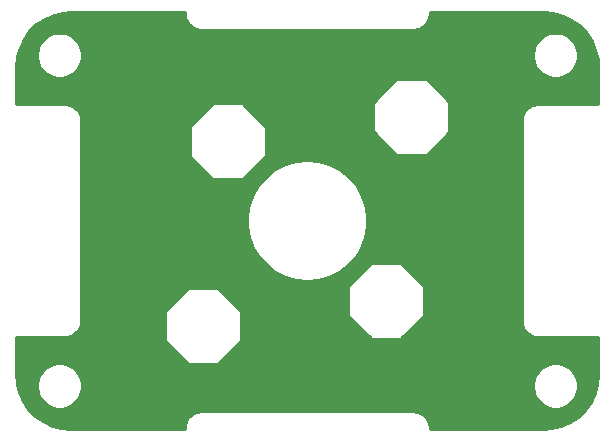
<source format=gtl>
G04 #@! TF.GenerationSoftware,KiCad,Pcbnew,(5.1.9)-1*
G04 #@! TF.CreationDate,2021-08-06T09:52:32+02:00*
G04 #@! TF.ProjectId,Driver,44726976-6572-42e6-9b69-6361645f7063,rev?*
G04 #@! TF.SameCoordinates,Original*
G04 #@! TF.FileFunction,Copper,L1,Top*
G04 #@! TF.FilePolarity,Positive*
%FSLAX46Y46*%
G04 Gerber Fmt 4.6, Leading zero omitted, Abs format (unit mm)*
G04 Created by KiCad (PCBNEW (5.1.9)-1) date 2021-08-06 09:52:32*
%MOMM*%
%LPD*%
G01*
G04 APERTURE LIST*
G04 #@! TA.AperFunction,SMDPad,CuDef*
%ADD10C,0.600000*%
G04 #@! TD*
G04 #@! TA.AperFunction,Conductor*
%ADD11C,0.254000*%
G04 #@! TD*
G04 #@! TA.AperFunction,Conductor*
%ADD12C,0.100000*%
G04 #@! TD*
G04 APERTURE END LIST*
D10*
X165617904Y-83013591D03*
D11*
X131265905Y-76030883D02*
X131267419Y-76046260D01*
X131267376Y-76052475D01*
X131267856Y-76057367D01*
X131288257Y-76251464D01*
X131294676Y-76282736D01*
X131300650Y-76314053D01*
X131302071Y-76318758D01*
X131359783Y-76505196D01*
X131372130Y-76534567D01*
X131384097Y-76564187D01*
X131386404Y-76568526D01*
X131479229Y-76740203D01*
X131497062Y-76766641D01*
X131514539Y-76793349D01*
X131517646Y-76797158D01*
X131642050Y-76947536D01*
X131664663Y-76969991D01*
X131687008Y-76992810D01*
X131690796Y-76995942D01*
X131842038Y-77119292D01*
X131868580Y-77136927D01*
X131894935Y-77154972D01*
X131899258Y-77157310D01*
X132071581Y-77248935D01*
X132101071Y-77261090D01*
X132130400Y-77273660D01*
X132135095Y-77275114D01*
X132321931Y-77331523D01*
X132353208Y-77337716D01*
X132384432Y-77344353D01*
X132389320Y-77344866D01*
X132583554Y-77363911D01*
X132600612Y-77365591D01*
X150635196Y-77365591D01*
X150650582Y-77364076D01*
X150656788Y-77364119D01*
X150661680Y-77363639D01*
X150855777Y-77343238D01*
X150887049Y-77336819D01*
X150918366Y-77330845D01*
X150923069Y-77329425D01*
X150923075Y-77329423D01*
X151109509Y-77271712D01*
X151138880Y-77259365D01*
X151168500Y-77247398D01*
X151172839Y-77245091D01*
X151344516Y-77152266D01*
X151370954Y-77134433D01*
X151397662Y-77116956D01*
X151401471Y-77113849D01*
X151551849Y-76989445D01*
X151574304Y-76966832D01*
X151597123Y-76944487D01*
X151600255Y-76940699D01*
X151723605Y-76789457D01*
X151741240Y-76762915D01*
X151759285Y-76736560D01*
X151761623Y-76732237D01*
X151853248Y-76559914D01*
X151865403Y-76530424D01*
X151877973Y-76501095D01*
X151879427Y-76496400D01*
X151935836Y-76309564D01*
X151942029Y-76278287D01*
X151948666Y-76247063D01*
X151949179Y-76242175D01*
X151968224Y-76047941D01*
X151969904Y-76030883D01*
X151969904Y-75865591D01*
X161602232Y-75865591D01*
X162440746Y-75940426D01*
X163237579Y-76158415D01*
X163983216Y-76514067D01*
X164654091Y-76996139D01*
X165228991Y-77589389D01*
X165689750Y-78275072D01*
X166021806Y-79031515D01*
X166215308Y-79837507D01*
X166265905Y-80526516D01*
X166265904Y-83661591D01*
X161100612Y-83661591D01*
X161085226Y-83663106D01*
X161079019Y-83663063D01*
X161074128Y-83663543D01*
X160880031Y-83683944D01*
X160848759Y-83690363D01*
X160817442Y-83696337D01*
X160812739Y-83697757D01*
X160812733Y-83697759D01*
X160626299Y-83755470D01*
X160596928Y-83767817D01*
X160567308Y-83779784D01*
X160562969Y-83782092D01*
X160391292Y-83874916D01*
X160364854Y-83892749D01*
X160338146Y-83910226D01*
X160334337Y-83913333D01*
X160183959Y-84037737D01*
X160161504Y-84060350D01*
X160138685Y-84082695D01*
X160135553Y-84086483D01*
X160012203Y-84237725D01*
X159994580Y-84264249D01*
X159976523Y-84290621D01*
X159974185Y-84294945D01*
X159882560Y-84467267D01*
X159870405Y-84496757D01*
X159857835Y-84526086D01*
X159856382Y-84530782D01*
X159799972Y-84717618D01*
X159793776Y-84748910D01*
X159787142Y-84780120D01*
X159786629Y-84785008D01*
X159767584Y-84979241D01*
X159765904Y-84996300D01*
X159765905Y-102030883D01*
X159767419Y-102046260D01*
X159767376Y-102052475D01*
X159767856Y-102057367D01*
X159788257Y-102251464D01*
X159794676Y-102282736D01*
X159800650Y-102314053D01*
X159802071Y-102318758D01*
X159859783Y-102505196D01*
X159872130Y-102534567D01*
X159884097Y-102564187D01*
X159886404Y-102568526D01*
X159979229Y-102740203D01*
X159997062Y-102766641D01*
X160014539Y-102793349D01*
X160017646Y-102797158D01*
X160142050Y-102947536D01*
X160164663Y-102969991D01*
X160187008Y-102992810D01*
X160190796Y-102995942D01*
X160342038Y-103119292D01*
X160368580Y-103136927D01*
X160394935Y-103154972D01*
X160399258Y-103157310D01*
X160571581Y-103248935D01*
X160601071Y-103261090D01*
X160630400Y-103273660D01*
X160635095Y-103275114D01*
X160821931Y-103331523D01*
X160853208Y-103337716D01*
X160884432Y-103344353D01*
X160889320Y-103344866D01*
X161083554Y-103363911D01*
X161100612Y-103365591D01*
X166265905Y-103365591D01*
X166265904Y-106497919D01*
X166191069Y-107336433D01*
X165973080Y-108133264D01*
X165617427Y-108878906D01*
X165135356Y-109549778D01*
X164542106Y-110124678D01*
X163856423Y-110585437D01*
X163099980Y-110917493D01*
X162293988Y-111110995D01*
X161604993Y-111161591D01*
X151969904Y-111161591D01*
X151969904Y-110996299D01*
X151968389Y-110980913D01*
X151968432Y-110974706D01*
X151967952Y-110969815D01*
X151947551Y-110775718D01*
X151941132Y-110744446D01*
X151935158Y-110713129D01*
X151933737Y-110708424D01*
X151876025Y-110521986D01*
X151863678Y-110492615D01*
X151851711Y-110462995D01*
X151849403Y-110458656D01*
X151756579Y-110286979D01*
X151738746Y-110260541D01*
X151721269Y-110233833D01*
X151718162Y-110230024D01*
X151593758Y-110079646D01*
X151571145Y-110057191D01*
X151548800Y-110034372D01*
X151545012Y-110031240D01*
X151393770Y-109907890D01*
X151367246Y-109890267D01*
X151340874Y-109872210D01*
X151336550Y-109869872D01*
X151164228Y-109778247D01*
X151134738Y-109766092D01*
X151105409Y-109753522D01*
X151100713Y-109752069D01*
X150913877Y-109695659D01*
X150882585Y-109689463D01*
X150851375Y-109682829D01*
X150846487Y-109682316D01*
X150652254Y-109663271D01*
X150635196Y-109661591D01*
X132600612Y-109661591D01*
X132585226Y-109663106D01*
X132579019Y-109663063D01*
X132574128Y-109663543D01*
X132380031Y-109683944D01*
X132348759Y-109690363D01*
X132317442Y-109696337D01*
X132312739Y-109697757D01*
X132312733Y-109697759D01*
X132126299Y-109755470D01*
X132096928Y-109767817D01*
X132067308Y-109779784D01*
X132062969Y-109782092D01*
X131891292Y-109874916D01*
X131864854Y-109892749D01*
X131838146Y-109910226D01*
X131834337Y-109913333D01*
X131683959Y-110037737D01*
X131661504Y-110060350D01*
X131638685Y-110082695D01*
X131635553Y-110086483D01*
X131512203Y-110237725D01*
X131494580Y-110264249D01*
X131476523Y-110290621D01*
X131474185Y-110294945D01*
X131382560Y-110467267D01*
X131370405Y-110496757D01*
X131357835Y-110526086D01*
X131356382Y-110530782D01*
X131299972Y-110717618D01*
X131293776Y-110748910D01*
X131287142Y-110780120D01*
X131286629Y-110785008D01*
X131267633Y-110978746D01*
X131265904Y-110996300D01*
X131265904Y-111161591D01*
X121633576Y-111161591D01*
X120795062Y-111086756D01*
X119998231Y-110868767D01*
X119252589Y-110513114D01*
X118581717Y-110031043D01*
X118006817Y-109437793D01*
X117546058Y-108752110D01*
X117214002Y-107995667D01*
X117053038Y-107325202D01*
X118705159Y-107325202D01*
X118705159Y-107701980D01*
X118778665Y-108071518D01*
X118922851Y-108419616D01*
X119132178Y-108732895D01*
X119398600Y-108999317D01*
X119711879Y-109208644D01*
X120059977Y-109352830D01*
X120429515Y-109426336D01*
X120806293Y-109426336D01*
X121175831Y-109352830D01*
X121523929Y-109208644D01*
X121837208Y-108999317D01*
X122103630Y-108732895D01*
X122312957Y-108419616D01*
X122457143Y-108071518D01*
X122530649Y-107701980D01*
X122530649Y-107325202D01*
X160705159Y-107325202D01*
X160705159Y-107701980D01*
X160778665Y-108071518D01*
X160922851Y-108419616D01*
X161132178Y-108732895D01*
X161398600Y-108999317D01*
X161711879Y-109208644D01*
X162059977Y-109352830D01*
X162429515Y-109426336D01*
X162806293Y-109426336D01*
X163175831Y-109352830D01*
X163523929Y-109208644D01*
X163837208Y-108999317D01*
X164103630Y-108732895D01*
X164312957Y-108419616D01*
X164457143Y-108071518D01*
X164530649Y-107701980D01*
X164530649Y-107325202D01*
X164457143Y-106955664D01*
X164312957Y-106607566D01*
X164103630Y-106294287D01*
X163837208Y-106027865D01*
X163523929Y-105818538D01*
X163175831Y-105674352D01*
X162806293Y-105600846D01*
X162429515Y-105600846D01*
X162059977Y-105674352D01*
X161711879Y-105818538D01*
X161398600Y-106027865D01*
X161132178Y-106294287D01*
X160922851Y-106607566D01*
X160778665Y-106955664D01*
X160705159Y-107325202D01*
X122530649Y-107325202D01*
X122457143Y-106955664D01*
X122312957Y-106607566D01*
X122103630Y-106294287D01*
X121837208Y-106027865D01*
X121523929Y-105818538D01*
X121175831Y-105674352D01*
X120806293Y-105600846D01*
X120429515Y-105600846D01*
X120059977Y-105674352D01*
X119711879Y-105818538D01*
X119398600Y-106027865D01*
X119132178Y-106294287D01*
X118922851Y-106607566D01*
X118778665Y-106955664D01*
X118705159Y-107325202D01*
X117053038Y-107325202D01*
X117020500Y-107189675D01*
X116969904Y-106500680D01*
X116969904Y-103365591D01*
X121135196Y-103365591D01*
X121150582Y-103364076D01*
X121156788Y-103364119D01*
X121161680Y-103363639D01*
X121355777Y-103343238D01*
X121387049Y-103336819D01*
X121418366Y-103330845D01*
X121423069Y-103329425D01*
X121423075Y-103329423D01*
X121609509Y-103271712D01*
X121638880Y-103259365D01*
X121668500Y-103247398D01*
X121672839Y-103245091D01*
X121844516Y-103152266D01*
X121870954Y-103134433D01*
X121897662Y-103116956D01*
X121901471Y-103113849D01*
X122051849Y-102989445D01*
X122074304Y-102966832D01*
X122097123Y-102944487D01*
X122100255Y-102940699D01*
X122223605Y-102789457D01*
X122241240Y-102762915D01*
X122259285Y-102736560D01*
X122261623Y-102732237D01*
X122353248Y-102559914D01*
X122365403Y-102530424D01*
X122377973Y-102501095D01*
X122379427Y-102496400D01*
X122435836Y-102309564D01*
X122442029Y-102278287D01*
X122448666Y-102247063D01*
X122449179Y-102242175D01*
X122468224Y-102047941D01*
X122469904Y-102030883D01*
X122469904Y-101252931D01*
X129550244Y-101252931D01*
X129550244Y-103652931D01*
X129552684Y-103677707D01*
X129559911Y-103701532D01*
X129571647Y-103723488D01*
X129587441Y-103742734D01*
X131487441Y-105642734D01*
X131506687Y-105658528D01*
X131528643Y-105670264D01*
X131552468Y-105677491D01*
X131577244Y-105679931D01*
X133977244Y-105679931D01*
X134002020Y-105677491D01*
X134025845Y-105670264D01*
X134047801Y-105658528D01*
X134067047Y-105642734D01*
X135967047Y-103742734D01*
X135982841Y-103723488D01*
X135994577Y-103701532D01*
X136001804Y-103677707D01*
X136004244Y-103652931D01*
X136004244Y-101252931D01*
X136001804Y-101228155D01*
X135994577Y-101204330D01*
X135982841Y-101182374D01*
X135967047Y-101163128D01*
X134067047Y-99263128D01*
X134047801Y-99247334D01*
X134025845Y-99235598D01*
X134002020Y-99228371D01*
X133977244Y-99225931D01*
X131577244Y-99225931D01*
X131552468Y-99228371D01*
X131528643Y-99235598D01*
X131506687Y-99247334D01*
X131487441Y-99263128D01*
X129587441Y-101163128D01*
X129571647Y-101182374D01*
X129559911Y-101204330D01*
X129552684Y-101228155D01*
X129550244Y-101252931D01*
X122469904Y-101252931D01*
X122469904Y-99102931D01*
X145050244Y-99102931D01*
X145050244Y-101502931D01*
X145052684Y-101527707D01*
X145059911Y-101551532D01*
X145071647Y-101573488D01*
X145087441Y-101592734D01*
X146987441Y-103492734D01*
X147006687Y-103508528D01*
X147028643Y-103520264D01*
X147052468Y-103527491D01*
X147077244Y-103529931D01*
X149477244Y-103529931D01*
X149502020Y-103527491D01*
X149525845Y-103520264D01*
X149547801Y-103508528D01*
X149567047Y-103492734D01*
X151467047Y-101592734D01*
X151482841Y-101573488D01*
X151494577Y-101551532D01*
X151501804Y-101527707D01*
X151504244Y-101502931D01*
X151504244Y-99102931D01*
X151501804Y-99078155D01*
X151494577Y-99054330D01*
X151482841Y-99032374D01*
X151467047Y-99013128D01*
X149567047Y-97113128D01*
X149547801Y-97097334D01*
X149525845Y-97085598D01*
X149502020Y-97078371D01*
X149477244Y-97075931D01*
X147077244Y-97075931D01*
X147052468Y-97078371D01*
X147028643Y-97085598D01*
X147006687Y-97097334D01*
X146987441Y-97113128D01*
X145087441Y-99013128D01*
X145071647Y-99032374D01*
X145059911Y-99054330D01*
X145052684Y-99078155D01*
X145050244Y-99102931D01*
X122469904Y-99102931D01*
X122469904Y-93040992D01*
X136517754Y-93040992D01*
X136517754Y-93986190D01*
X136691433Y-94915293D01*
X137032878Y-95796663D01*
X137530460Y-96600286D01*
X138167235Y-97298795D01*
X138921518Y-97868403D01*
X139767624Y-98289714D01*
X140676739Y-98548379D01*
X141617904Y-98635591D01*
X142559069Y-98548379D01*
X143468184Y-98289714D01*
X144314290Y-97868403D01*
X145068573Y-97298795D01*
X145705348Y-96600286D01*
X146202930Y-95796663D01*
X146544375Y-94915293D01*
X146718054Y-93986190D01*
X146718054Y-93040992D01*
X146544375Y-92111889D01*
X146202930Y-91230519D01*
X145705348Y-90426896D01*
X145068573Y-89728387D01*
X144314290Y-89158779D01*
X143468184Y-88737468D01*
X142559069Y-88478803D01*
X141617904Y-88391591D01*
X140676739Y-88478803D01*
X139767624Y-88737468D01*
X138921518Y-89158779D01*
X138167235Y-89728387D01*
X137530460Y-90426896D01*
X137032878Y-91230519D01*
X136691433Y-92111889D01*
X136517754Y-93040992D01*
X122469904Y-93040992D01*
X122469904Y-85602931D01*
X131650244Y-85602931D01*
X131650244Y-88002931D01*
X131652684Y-88027707D01*
X131659911Y-88051532D01*
X131671647Y-88073488D01*
X131687441Y-88092734D01*
X133587441Y-89992734D01*
X133606687Y-90008528D01*
X133628643Y-90020264D01*
X133652468Y-90027491D01*
X133677244Y-90029931D01*
X136077244Y-90029931D01*
X136102020Y-90027491D01*
X136125845Y-90020264D01*
X136147801Y-90008528D01*
X136167047Y-89992734D01*
X138067047Y-88092734D01*
X138082841Y-88073488D01*
X138094577Y-88051532D01*
X138101804Y-88027707D01*
X138104244Y-88002931D01*
X138104244Y-85602931D01*
X138101804Y-85578155D01*
X138094577Y-85554330D01*
X138082841Y-85532374D01*
X138067047Y-85513128D01*
X136167047Y-83613128D01*
X136147801Y-83597334D01*
X136125845Y-83585598D01*
X136102020Y-83578371D01*
X136077244Y-83575931D01*
X133677244Y-83575931D01*
X133652468Y-83578371D01*
X133628643Y-83585598D01*
X133606687Y-83597334D01*
X133587441Y-83613128D01*
X131687441Y-85513128D01*
X131671647Y-85532374D01*
X131659911Y-85554330D01*
X131652684Y-85578155D01*
X131650244Y-85602931D01*
X122469904Y-85602931D01*
X122469904Y-84996299D01*
X122468389Y-84980913D01*
X122468432Y-84974706D01*
X122467952Y-84969815D01*
X122447551Y-84775718D01*
X122441132Y-84744446D01*
X122435158Y-84713129D01*
X122433737Y-84708424D01*
X122376025Y-84521986D01*
X122363678Y-84492615D01*
X122351711Y-84462995D01*
X122349403Y-84458656D01*
X122256579Y-84286979D01*
X122238746Y-84260541D01*
X122221269Y-84233833D01*
X122218162Y-84230024D01*
X122093758Y-84079646D01*
X122071145Y-84057191D01*
X122048800Y-84034372D01*
X122045012Y-84031240D01*
X121893770Y-83907890D01*
X121867246Y-83890267D01*
X121840874Y-83872210D01*
X121836550Y-83869872D01*
X121664228Y-83778247D01*
X121634738Y-83766092D01*
X121605409Y-83753522D01*
X121600713Y-83752069D01*
X121413877Y-83695659D01*
X121382585Y-83689463D01*
X121351375Y-83682829D01*
X121346487Y-83682316D01*
X121152254Y-83663271D01*
X121135196Y-83661591D01*
X116969904Y-83661591D01*
X116969904Y-83552931D01*
X147200244Y-83552931D01*
X147200244Y-85952931D01*
X147202684Y-85977707D01*
X147209911Y-86001532D01*
X147221647Y-86023488D01*
X147237441Y-86042734D01*
X149137441Y-87942734D01*
X149156687Y-87958528D01*
X149178643Y-87970264D01*
X149202468Y-87977491D01*
X149227244Y-87979931D01*
X151627244Y-87979931D01*
X151652020Y-87977491D01*
X151675845Y-87970264D01*
X151697801Y-87958528D01*
X151717047Y-87942734D01*
X153617047Y-86042734D01*
X153632841Y-86023488D01*
X153644577Y-86001532D01*
X153651804Y-85977707D01*
X153654244Y-85952931D01*
X153654244Y-83552931D01*
X153651804Y-83528155D01*
X153644577Y-83504330D01*
X153632841Y-83482374D01*
X153617047Y-83463128D01*
X151717047Y-81563128D01*
X151697801Y-81547334D01*
X151675845Y-81535598D01*
X151652020Y-81528371D01*
X151627244Y-81525931D01*
X149227244Y-81525931D01*
X149202468Y-81528371D01*
X149178643Y-81535598D01*
X149156687Y-81547334D01*
X149137441Y-81563128D01*
X147237441Y-83463128D01*
X147221647Y-83482374D01*
X147209911Y-83504330D01*
X147202684Y-83528155D01*
X147200244Y-83552931D01*
X116969904Y-83552931D01*
X116969904Y-80529263D01*
X117044739Y-79690749D01*
X117144741Y-79325202D01*
X118705159Y-79325202D01*
X118705159Y-79701980D01*
X118778665Y-80071518D01*
X118922851Y-80419616D01*
X119132178Y-80732895D01*
X119398600Y-80999317D01*
X119711879Y-81208644D01*
X120059977Y-81352830D01*
X120429515Y-81426336D01*
X120806293Y-81426336D01*
X121175831Y-81352830D01*
X121523929Y-81208644D01*
X121837208Y-80999317D01*
X122103630Y-80732895D01*
X122312957Y-80419616D01*
X122457143Y-80071518D01*
X122530649Y-79701980D01*
X122530649Y-79325202D01*
X160705159Y-79325202D01*
X160705159Y-79701980D01*
X160778665Y-80071518D01*
X160922851Y-80419616D01*
X161132178Y-80732895D01*
X161398600Y-80999317D01*
X161711879Y-81208644D01*
X162059977Y-81352830D01*
X162429515Y-81426336D01*
X162806293Y-81426336D01*
X163175831Y-81352830D01*
X163523929Y-81208644D01*
X163837208Y-80999317D01*
X164103630Y-80732895D01*
X164312957Y-80419616D01*
X164457143Y-80071518D01*
X164530649Y-79701980D01*
X164530649Y-79325202D01*
X164457143Y-78955664D01*
X164312957Y-78607566D01*
X164103630Y-78294287D01*
X163837208Y-78027865D01*
X163523929Y-77818538D01*
X163175831Y-77674352D01*
X162806293Y-77600846D01*
X162429515Y-77600846D01*
X162059977Y-77674352D01*
X161711879Y-77818538D01*
X161398600Y-78027865D01*
X161132178Y-78294287D01*
X160922851Y-78607566D01*
X160778665Y-78955664D01*
X160705159Y-79325202D01*
X122530649Y-79325202D01*
X122457143Y-78955664D01*
X122312957Y-78607566D01*
X122103630Y-78294287D01*
X121837208Y-78027865D01*
X121523929Y-77818538D01*
X121175831Y-77674352D01*
X120806293Y-77600846D01*
X120429515Y-77600846D01*
X120059977Y-77674352D01*
X119711879Y-77818538D01*
X119398600Y-78027865D01*
X119132178Y-78294287D01*
X118922851Y-78607566D01*
X118778665Y-78955664D01*
X118705159Y-79325202D01*
X117144741Y-79325202D01*
X117262728Y-78893916D01*
X117618380Y-78148279D01*
X118100452Y-77477404D01*
X118693702Y-76902504D01*
X119379385Y-76441745D01*
X120135828Y-76109689D01*
X120941820Y-75916187D01*
X121630815Y-75865591D01*
X131265905Y-75865591D01*
X131265905Y-76030883D01*
G04 #@! TA.AperFunction,Conductor*
D12*
G36*
X131265905Y-76030883D02*
G01*
X131267419Y-76046260D01*
X131267376Y-76052475D01*
X131267856Y-76057367D01*
X131288257Y-76251464D01*
X131294676Y-76282736D01*
X131300650Y-76314053D01*
X131302071Y-76318758D01*
X131359783Y-76505196D01*
X131372130Y-76534567D01*
X131384097Y-76564187D01*
X131386404Y-76568526D01*
X131479229Y-76740203D01*
X131497062Y-76766641D01*
X131514539Y-76793349D01*
X131517646Y-76797158D01*
X131642050Y-76947536D01*
X131664663Y-76969991D01*
X131687008Y-76992810D01*
X131690796Y-76995942D01*
X131842038Y-77119292D01*
X131868580Y-77136927D01*
X131894935Y-77154972D01*
X131899258Y-77157310D01*
X132071581Y-77248935D01*
X132101071Y-77261090D01*
X132130400Y-77273660D01*
X132135095Y-77275114D01*
X132321931Y-77331523D01*
X132353208Y-77337716D01*
X132384432Y-77344353D01*
X132389320Y-77344866D01*
X132583554Y-77363911D01*
X132600612Y-77365591D01*
X150635196Y-77365591D01*
X150650582Y-77364076D01*
X150656788Y-77364119D01*
X150661680Y-77363639D01*
X150855777Y-77343238D01*
X150887049Y-77336819D01*
X150918366Y-77330845D01*
X150923069Y-77329425D01*
X150923075Y-77329423D01*
X151109509Y-77271712D01*
X151138880Y-77259365D01*
X151168500Y-77247398D01*
X151172839Y-77245091D01*
X151344516Y-77152266D01*
X151370954Y-77134433D01*
X151397662Y-77116956D01*
X151401471Y-77113849D01*
X151551849Y-76989445D01*
X151574304Y-76966832D01*
X151597123Y-76944487D01*
X151600255Y-76940699D01*
X151723605Y-76789457D01*
X151741240Y-76762915D01*
X151759285Y-76736560D01*
X151761623Y-76732237D01*
X151853248Y-76559914D01*
X151865403Y-76530424D01*
X151877973Y-76501095D01*
X151879427Y-76496400D01*
X151935836Y-76309564D01*
X151942029Y-76278287D01*
X151948666Y-76247063D01*
X151949179Y-76242175D01*
X151968224Y-76047941D01*
X151969904Y-76030883D01*
X151969904Y-75865591D01*
X161602232Y-75865591D01*
X162440746Y-75940426D01*
X163237579Y-76158415D01*
X163983216Y-76514067D01*
X164654091Y-76996139D01*
X165228991Y-77589389D01*
X165689750Y-78275072D01*
X166021806Y-79031515D01*
X166215308Y-79837507D01*
X166265905Y-80526516D01*
X166265904Y-83661591D01*
X161100612Y-83661591D01*
X161085226Y-83663106D01*
X161079019Y-83663063D01*
X161074128Y-83663543D01*
X160880031Y-83683944D01*
X160848759Y-83690363D01*
X160817442Y-83696337D01*
X160812739Y-83697757D01*
X160812733Y-83697759D01*
X160626299Y-83755470D01*
X160596928Y-83767817D01*
X160567308Y-83779784D01*
X160562969Y-83782092D01*
X160391292Y-83874916D01*
X160364854Y-83892749D01*
X160338146Y-83910226D01*
X160334337Y-83913333D01*
X160183959Y-84037737D01*
X160161504Y-84060350D01*
X160138685Y-84082695D01*
X160135553Y-84086483D01*
X160012203Y-84237725D01*
X159994580Y-84264249D01*
X159976523Y-84290621D01*
X159974185Y-84294945D01*
X159882560Y-84467267D01*
X159870405Y-84496757D01*
X159857835Y-84526086D01*
X159856382Y-84530782D01*
X159799972Y-84717618D01*
X159793776Y-84748910D01*
X159787142Y-84780120D01*
X159786629Y-84785008D01*
X159767584Y-84979241D01*
X159765904Y-84996300D01*
X159765905Y-102030883D01*
X159767419Y-102046260D01*
X159767376Y-102052475D01*
X159767856Y-102057367D01*
X159788257Y-102251464D01*
X159794676Y-102282736D01*
X159800650Y-102314053D01*
X159802071Y-102318758D01*
X159859783Y-102505196D01*
X159872130Y-102534567D01*
X159884097Y-102564187D01*
X159886404Y-102568526D01*
X159979229Y-102740203D01*
X159997062Y-102766641D01*
X160014539Y-102793349D01*
X160017646Y-102797158D01*
X160142050Y-102947536D01*
X160164663Y-102969991D01*
X160187008Y-102992810D01*
X160190796Y-102995942D01*
X160342038Y-103119292D01*
X160368580Y-103136927D01*
X160394935Y-103154972D01*
X160399258Y-103157310D01*
X160571581Y-103248935D01*
X160601071Y-103261090D01*
X160630400Y-103273660D01*
X160635095Y-103275114D01*
X160821931Y-103331523D01*
X160853208Y-103337716D01*
X160884432Y-103344353D01*
X160889320Y-103344866D01*
X161083554Y-103363911D01*
X161100612Y-103365591D01*
X166265905Y-103365591D01*
X166265904Y-106497919D01*
X166191069Y-107336433D01*
X165973080Y-108133264D01*
X165617427Y-108878906D01*
X165135356Y-109549778D01*
X164542106Y-110124678D01*
X163856423Y-110585437D01*
X163099980Y-110917493D01*
X162293988Y-111110995D01*
X161604993Y-111161591D01*
X151969904Y-111161591D01*
X151969904Y-110996299D01*
X151968389Y-110980913D01*
X151968432Y-110974706D01*
X151967952Y-110969815D01*
X151947551Y-110775718D01*
X151941132Y-110744446D01*
X151935158Y-110713129D01*
X151933737Y-110708424D01*
X151876025Y-110521986D01*
X151863678Y-110492615D01*
X151851711Y-110462995D01*
X151849403Y-110458656D01*
X151756579Y-110286979D01*
X151738746Y-110260541D01*
X151721269Y-110233833D01*
X151718162Y-110230024D01*
X151593758Y-110079646D01*
X151571145Y-110057191D01*
X151548800Y-110034372D01*
X151545012Y-110031240D01*
X151393770Y-109907890D01*
X151367246Y-109890267D01*
X151340874Y-109872210D01*
X151336550Y-109869872D01*
X151164228Y-109778247D01*
X151134738Y-109766092D01*
X151105409Y-109753522D01*
X151100713Y-109752069D01*
X150913877Y-109695659D01*
X150882585Y-109689463D01*
X150851375Y-109682829D01*
X150846487Y-109682316D01*
X150652254Y-109663271D01*
X150635196Y-109661591D01*
X132600612Y-109661591D01*
X132585226Y-109663106D01*
X132579019Y-109663063D01*
X132574128Y-109663543D01*
X132380031Y-109683944D01*
X132348759Y-109690363D01*
X132317442Y-109696337D01*
X132312739Y-109697757D01*
X132312733Y-109697759D01*
X132126299Y-109755470D01*
X132096928Y-109767817D01*
X132067308Y-109779784D01*
X132062969Y-109782092D01*
X131891292Y-109874916D01*
X131864854Y-109892749D01*
X131838146Y-109910226D01*
X131834337Y-109913333D01*
X131683959Y-110037737D01*
X131661504Y-110060350D01*
X131638685Y-110082695D01*
X131635553Y-110086483D01*
X131512203Y-110237725D01*
X131494580Y-110264249D01*
X131476523Y-110290621D01*
X131474185Y-110294945D01*
X131382560Y-110467267D01*
X131370405Y-110496757D01*
X131357835Y-110526086D01*
X131356382Y-110530782D01*
X131299972Y-110717618D01*
X131293776Y-110748910D01*
X131287142Y-110780120D01*
X131286629Y-110785008D01*
X131267633Y-110978746D01*
X131265904Y-110996300D01*
X131265904Y-111161591D01*
X121633576Y-111161591D01*
X120795062Y-111086756D01*
X119998231Y-110868767D01*
X119252589Y-110513114D01*
X118581717Y-110031043D01*
X118006817Y-109437793D01*
X117546058Y-108752110D01*
X117214002Y-107995667D01*
X117053038Y-107325202D01*
X118705159Y-107325202D01*
X118705159Y-107701980D01*
X118778665Y-108071518D01*
X118922851Y-108419616D01*
X119132178Y-108732895D01*
X119398600Y-108999317D01*
X119711879Y-109208644D01*
X120059977Y-109352830D01*
X120429515Y-109426336D01*
X120806293Y-109426336D01*
X121175831Y-109352830D01*
X121523929Y-109208644D01*
X121837208Y-108999317D01*
X122103630Y-108732895D01*
X122312957Y-108419616D01*
X122457143Y-108071518D01*
X122530649Y-107701980D01*
X122530649Y-107325202D01*
X160705159Y-107325202D01*
X160705159Y-107701980D01*
X160778665Y-108071518D01*
X160922851Y-108419616D01*
X161132178Y-108732895D01*
X161398600Y-108999317D01*
X161711879Y-109208644D01*
X162059977Y-109352830D01*
X162429515Y-109426336D01*
X162806293Y-109426336D01*
X163175831Y-109352830D01*
X163523929Y-109208644D01*
X163837208Y-108999317D01*
X164103630Y-108732895D01*
X164312957Y-108419616D01*
X164457143Y-108071518D01*
X164530649Y-107701980D01*
X164530649Y-107325202D01*
X164457143Y-106955664D01*
X164312957Y-106607566D01*
X164103630Y-106294287D01*
X163837208Y-106027865D01*
X163523929Y-105818538D01*
X163175831Y-105674352D01*
X162806293Y-105600846D01*
X162429515Y-105600846D01*
X162059977Y-105674352D01*
X161711879Y-105818538D01*
X161398600Y-106027865D01*
X161132178Y-106294287D01*
X160922851Y-106607566D01*
X160778665Y-106955664D01*
X160705159Y-107325202D01*
X122530649Y-107325202D01*
X122457143Y-106955664D01*
X122312957Y-106607566D01*
X122103630Y-106294287D01*
X121837208Y-106027865D01*
X121523929Y-105818538D01*
X121175831Y-105674352D01*
X120806293Y-105600846D01*
X120429515Y-105600846D01*
X120059977Y-105674352D01*
X119711879Y-105818538D01*
X119398600Y-106027865D01*
X119132178Y-106294287D01*
X118922851Y-106607566D01*
X118778665Y-106955664D01*
X118705159Y-107325202D01*
X117053038Y-107325202D01*
X117020500Y-107189675D01*
X116969904Y-106500680D01*
X116969904Y-103365591D01*
X121135196Y-103365591D01*
X121150582Y-103364076D01*
X121156788Y-103364119D01*
X121161680Y-103363639D01*
X121355777Y-103343238D01*
X121387049Y-103336819D01*
X121418366Y-103330845D01*
X121423069Y-103329425D01*
X121423075Y-103329423D01*
X121609509Y-103271712D01*
X121638880Y-103259365D01*
X121668500Y-103247398D01*
X121672839Y-103245091D01*
X121844516Y-103152266D01*
X121870954Y-103134433D01*
X121897662Y-103116956D01*
X121901471Y-103113849D01*
X122051849Y-102989445D01*
X122074304Y-102966832D01*
X122097123Y-102944487D01*
X122100255Y-102940699D01*
X122223605Y-102789457D01*
X122241240Y-102762915D01*
X122259285Y-102736560D01*
X122261623Y-102732237D01*
X122353248Y-102559914D01*
X122365403Y-102530424D01*
X122377973Y-102501095D01*
X122379427Y-102496400D01*
X122435836Y-102309564D01*
X122442029Y-102278287D01*
X122448666Y-102247063D01*
X122449179Y-102242175D01*
X122468224Y-102047941D01*
X122469904Y-102030883D01*
X122469904Y-101252931D01*
X129550244Y-101252931D01*
X129550244Y-103652931D01*
X129552684Y-103677707D01*
X129559911Y-103701532D01*
X129571647Y-103723488D01*
X129587441Y-103742734D01*
X131487441Y-105642734D01*
X131506687Y-105658528D01*
X131528643Y-105670264D01*
X131552468Y-105677491D01*
X131577244Y-105679931D01*
X133977244Y-105679931D01*
X134002020Y-105677491D01*
X134025845Y-105670264D01*
X134047801Y-105658528D01*
X134067047Y-105642734D01*
X135967047Y-103742734D01*
X135982841Y-103723488D01*
X135994577Y-103701532D01*
X136001804Y-103677707D01*
X136004244Y-103652931D01*
X136004244Y-101252931D01*
X136001804Y-101228155D01*
X135994577Y-101204330D01*
X135982841Y-101182374D01*
X135967047Y-101163128D01*
X134067047Y-99263128D01*
X134047801Y-99247334D01*
X134025845Y-99235598D01*
X134002020Y-99228371D01*
X133977244Y-99225931D01*
X131577244Y-99225931D01*
X131552468Y-99228371D01*
X131528643Y-99235598D01*
X131506687Y-99247334D01*
X131487441Y-99263128D01*
X129587441Y-101163128D01*
X129571647Y-101182374D01*
X129559911Y-101204330D01*
X129552684Y-101228155D01*
X129550244Y-101252931D01*
X122469904Y-101252931D01*
X122469904Y-99102931D01*
X145050244Y-99102931D01*
X145050244Y-101502931D01*
X145052684Y-101527707D01*
X145059911Y-101551532D01*
X145071647Y-101573488D01*
X145087441Y-101592734D01*
X146987441Y-103492734D01*
X147006687Y-103508528D01*
X147028643Y-103520264D01*
X147052468Y-103527491D01*
X147077244Y-103529931D01*
X149477244Y-103529931D01*
X149502020Y-103527491D01*
X149525845Y-103520264D01*
X149547801Y-103508528D01*
X149567047Y-103492734D01*
X151467047Y-101592734D01*
X151482841Y-101573488D01*
X151494577Y-101551532D01*
X151501804Y-101527707D01*
X151504244Y-101502931D01*
X151504244Y-99102931D01*
X151501804Y-99078155D01*
X151494577Y-99054330D01*
X151482841Y-99032374D01*
X151467047Y-99013128D01*
X149567047Y-97113128D01*
X149547801Y-97097334D01*
X149525845Y-97085598D01*
X149502020Y-97078371D01*
X149477244Y-97075931D01*
X147077244Y-97075931D01*
X147052468Y-97078371D01*
X147028643Y-97085598D01*
X147006687Y-97097334D01*
X146987441Y-97113128D01*
X145087441Y-99013128D01*
X145071647Y-99032374D01*
X145059911Y-99054330D01*
X145052684Y-99078155D01*
X145050244Y-99102931D01*
X122469904Y-99102931D01*
X122469904Y-93040992D01*
X136517754Y-93040992D01*
X136517754Y-93986190D01*
X136691433Y-94915293D01*
X137032878Y-95796663D01*
X137530460Y-96600286D01*
X138167235Y-97298795D01*
X138921518Y-97868403D01*
X139767624Y-98289714D01*
X140676739Y-98548379D01*
X141617904Y-98635591D01*
X142559069Y-98548379D01*
X143468184Y-98289714D01*
X144314290Y-97868403D01*
X145068573Y-97298795D01*
X145705348Y-96600286D01*
X146202930Y-95796663D01*
X146544375Y-94915293D01*
X146718054Y-93986190D01*
X146718054Y-93040992D01*
X146544375Y-92111889D01*
X146202930Y-91230519D01*
X145705348Y-90426896D01*
X145068573Y-89728387D01*
X144314290Y-89158779D01*
X143468184Y-88737468D01*
X142559069Y-88478803D01*
X141617904Y-88391591D01*
X140676739Y-88478803D01*
X139767624Y-88737468D01*
X138921518Y-89158779D01*
X138167235Y-89728387D01*
X137530460Y-90426896D01*
X137032878Y-91230519D01*
X136691433Y-92111889D01*
X136517754Y-93040992D01*
X122469904Y-93040992D01*
X122469904Y-85602931D01*
X131650244Y-85602931D01*
X131650244Y-88002931D01*
X131652684Y-88027707D01*
X131659911Y-88051532D01*
X131671647Y-88073488D01*
X131687441Y-88092734D01*
X133587441Y-89992734D01*
X133606687Y-90008528D01*
X133628643Y-90020264D01*
X133652468Y-90027491D01*
X133677244Y-90029931D01*
X136077244Y-90029931D01*
X136102020Y-90027491D01*
X136125845Y-90020264D01*
X136147801Y-90008528D01*
X136167047Y-89992734D01*
X138067047Y-88092734D01*
X138082841Y-88073488D01*
X138094577Y-88051532D01*
X138101804Y-88027707D01*
X138104244Y-88002931D01*
X138104244Y-85602931D01*
X138101804Y-85578155D01*
X138094577Y-85554330D01*
X138082841Y-85532374D01*
X138067047Y-85513128D01*
X136167047Y-83613128D01*
X136147801Y-83597334D01*
X136125845Y-83585598D01*
X136102020Y-83578371D01*
X136077244Y-83575931D01*
X133677244Y-83575931D01*
X133652468Y-83578371D01*
X133628643Y-83585598D01*
X133606687Y-83597334D01*
X133587441Y-83613128D01*
X131687441Y-85513128D01*
X131671647Y-85532374D01*
X131659911Y-85554330D01*
X131652684Y-85578155D01*
X131650244Y-85602931D01*
X122469904Y-85602931D01*
X122469904Y-84996299D01*
X122468389Y-84980913D01*
X122468432Y-84974706D01*
X122467952Y-84969815D01*
X122447551Y-84775718D01*
X122441132Y-84744446D01*
X122435158Y-84713129D01*
X122433737Y-84708424D01*
X122376025Y-84521986D01*
X122363678Y-84492615D01*
X122351711Y-84462995D01*
X122349403Y-84458656D01*
X122256579Y-84286979D01*
X122238746Y-84260541D01*
X122221269Y-84233833D01*
X122218162Y-84230024D01*
X122093758Y-84079646D01*
X122071145Y-84057191D01*
X122048800Y-84034372D01*
X122045012Y-84031240D01*
X121893770Y-83907890D01*
X121867246Y-83890267D01*
X121840874Y-83872210D01*
X121836550Y-83869872D01*
X121664228Y-83778247D01*
X121634738Y-83766092D01*
X121605409Y-83753522D01*
X121600713Y-83752069D01*
X121413877Y-83695659D01*
X121382585Y-83689463D01*
X121351375Y-83682829D01*
X121346487Y-83682316D01*
X121152254Y-83663271D01*
X121135196Y-83661591D01*
X116969904Y-83661591D01*
X116969904Y-83552931D01*
X147200244Y-83552931D01*
X147200244Y-85952931D01*
X147202684Y-85977707D01*
X147209911Y-86001532D01*
X147221647Y-86023488D01*
X147237441Y-86042734D01*
X149137441Y-87942734D01*
X149156687Y-87958528D01*
X149178643Y-87970264D01*
X149202468Y-87977491D01*
X149227244Y-87979931D01*
X151627244Y-87979931D01*
X151652020Y-87977491D01*
X151675845Y-87970264D01*
X151697801Y-87958528D01*
X151717047Y-87942734D01*
X153617047Y-86042734D01*
X153632841Y-86023488D01*
X153644577Y-86001532D01*
X153651804Y-85977707D01*
X153654244Y-85952931D01*
X153654244Y-83552931D01*
X153651804Y-83528155D01*
X153644577Y-83504330D01*
X153632841Y-83482374D01*
X153617047Y-83463128D01*
X151717047Y-81563128D01*
X151697801Y-81547334D01*
X151675845Y-81535598D01*
X151652020Y-81528371D01*
X151627244Y-81525931D01*
X149227244Y-81525931D01*
X149202468Y-81528371D01*
X149178643Y-81535598D01*
X149156687Y-81547334D01*
X149137441Y-81563128D01*
X147237441Y-83463128D01*
X147221647Y-83482374D01*
X147209911Y-83504330D01*
X147202684Y-83528155D01*
X147200244Y-83552931D01*
X116969904Y-83552931D01*
X116969904Y-80529263D01*
X117044739Y-79690749D01*
X117144741Y-79325202D01*
X118705159Y-79325202D01*
X118705159Y-79701980D01*
X118778665Y-80071518D01*
X118922851Y-80419616D01*
X119132178Y-80732895D01*
X119398600Y-80999317D01*
X119711879Y-81208644D01*
X120059977Y-81352830D01*
X120429515Y-81426336D01*
X120806293Y-81426336D01*
X121175831Y-81352830D01*
X121523929Y-81208644D01*
X121837208Y-80999317D01*
X122103630Y-80732895D01*
X122312957Y-80419616D01*
X122457143Y-80071518D01*
X122530649Y-79701980D01*
X122530649Y-79325202D01*
X160705159Y-79325202D01*
X160705159Y-79701980D01*
X160778665Y-80071518D01*
X160922851Y-80419616D01*
X161132178Y-80732895D01*
X161398600Y-80999317D01*
X161711879Y-81208644D01*
X162059977Y-81352830D01*
X162429515Y-81426336D01*
X162806293Y-81426336D01*
X163175831Y-81352830D01*
X163523929Y-81208644D01*
X163837208Y-80999317D01*
X164103630Y-80732895D01*
X164312957Y-80419616D01*
X164457143Y-80071518D01*
X164530649Y-79701980D01*
X164530649Y-79325202D01*
X164457143Y-78955664D01*
X164312957Y-78607566D01*
X164103630Y-78294287D01*
X163837208Y-78027865D01*
X163523929Y-77818538D01*
X163175831Y-77674352D01*
X162806293Y-77600846D01*
X162429515Y-77600846D01*
X162059977Y-77674352D01*
X161711879Y-77818538D01*
X161398600Y-78027865D01*
X161132178Y-78294287D01*
X160922851Y-78607566D01*
X160778665Y-78955664D01*
X160705159Y-79325202D01*
X122530649Y-79325202D01*
X122457143Y-78955664D01*
X122312957Y-78607566D01*
X122103630Y-78294287D01*
X121837208Y-78027865D01*
X121523929Y-77818538D01*
X121175831Y-77674352D01*
X120806293Y-77600846D01*
X120429515Y-77600846D01*
X120059977Y-77674352D01*
X119711879Y-77818538D01*
X119398600Y-78027865D01*
X119132178Y-78294287D01*
X118922851Y-78607566D01*
X118778665Y-78955664D01*
X118705159Y-79325202D01*
X117144741Y-79325202D01*
X117262728Y-78893916D01*
X117618380Y-78148279D01*
X118100452Y-77477404D01*
X118693702Y-76902504D01*
X119379385Y-76441745D01*
X120135828Y-76109689D01*
X120941820Y-75916187D01*
X121630815Y-75865591D01*
X131265905Y-75865591D01*
X131265905Y-76030883D01*
G37*
G04 #@! TD.AperFunction*
M02*

</source>
